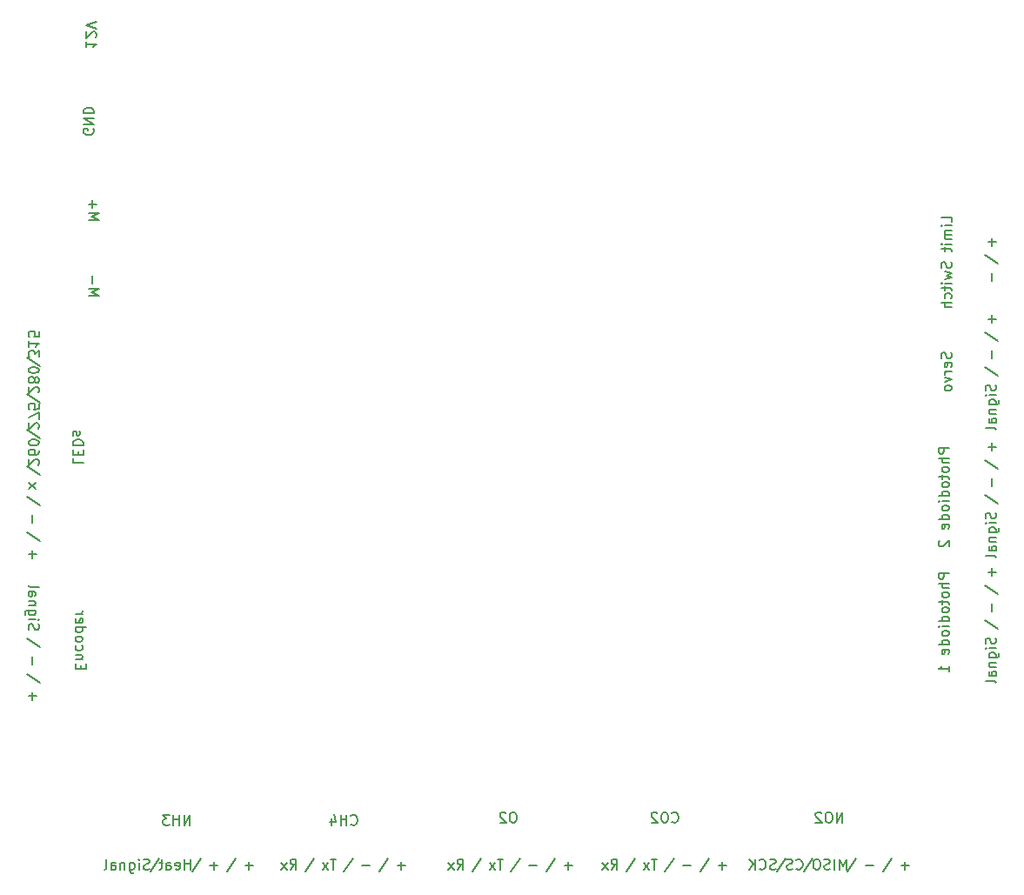
<source format=gbr>
%TF.GenerationSoftware,KiCad,Pcbnew,(6.0.7)*%
%TF.CreationDate,2022-11-16T19:30:54-06:00*%
%TF.ProjectId,ScienceSensor,53636965-6e63-4655-9365-6e736f722e6b,rev?*%
%TF.SameCoordinates,Original*%
%TF.FileFunction,Legend,Bot*%
%TF.FilePolarity,Positive*%
%FSLAX46Y46*%
G04 Gerber Fmt 4.6, Leading zero omitted, Abs format (unit mm)*
G04 Created by KiCad (PCBNEW (6.0.7)) date 2022-11-16 19:30:54*
%MOMM*%
%LPD*%
G01*
G04 APERTURE LIST*
%ADD10C,0.150000*%
G04 APERTURE END LIST*
D10*
X102163619Y-100361619D02*
X102163619Y-100837809D01*
X103163619Y-100837809D01*
X102687428Y-100028285D02*
X102687428Y-99694952D01*
X102163619Y-99552095D02*
X102163619Y-100028285D01*
X103163619Y-100028285D01*
X103163619Y-99552095D01*
X102163619Y-99123523D02*
X103163619Y-99123523D01*
X103163619Y-98885428D01*
X103116000Y-98742571D01*
X103020761Y-98647333D01*
X102925523Y-98599714D01*
X102735047Y-98552095D01*
X102592190Y-98552095D01*
X102401714Y-98599714D01*
X102306476Y-98647333D01*
X102211238Y-98742571D01*
X102163619Y-98885428D01*
X102163619Y-99123523D01*
X102211238Y-98171142D02*
X102163619Y-98075904D01*
X102163619Y-97885428D01*
X102211238Y-97790190D01*
X102306476Y-97742571D01*
X102354095Y-97742571D01*
X102449333Y-97790190D01*
X102496952Y-97885428D01*
X102496952Y-98028285D01*
X102544571Y-98123523D01*
X102639809Y-98171142D01*
X102687428Y-98171142D01*
X102782666Y-98123523D01*
X102830285Y-98028285D01*
X102830285Y-97885428D01*
X102782666Y-97790190D01*
X191587428Y-111062190D02*
X191587428Y-111824095D01*
X191968380Y-111443142D02*
X191206476Y-111443142D01*
X190873142Y-112728857D02*
X192158857Y-113586000D01*
X191587428Y-114490761D02*
X191587428Y-115252666D01*
X190873142Y-116157428D02*
X192158857Y-117014571D01*
X191920761Y-117871714D02*
X191968380Y-118014571D01*
X191968380Y-118252666D01*
X191920761Y-118347904D01*
X191873142Y-118395523D01*
X191777904Y-118443142D01*
X191682666Y-118443142D01*
X191587428Y-118395523D01*
X191539809Y-118347904D01*
X191492190Y-118252666D01*
X191444571Y-118062190D01*
X191396952Y-117966952D01*
X191349333Y-117919333D01*
X191254095Y-117871714D01*
X191158857Y-117871714D01*
X191063619Y-117919333D01*
X191016000Y-117966952D01*
X190968380Y-118062190D01*
X190968380Y-118300285D01*
X191016000Y-118443142D01*
X191968380Y-118871714D02*
X191301714Y-118871714D01*
X190968380Y-118871714D02*
X191016000Y-118824095D01*
X191063619Y-118871714D01*
X191016000Y-118919333D01*
X190968380Y-118871714D01*
X191063619Y-118871714D01*
X191301714Y-119776476D02*
X192111238Y-119776476D01*
X192206476Y-119728857D01*
X192254095Y-119681238D01*
X192301714Y-119586000D01*
X192301714Y-119443142D01*
X192254095Y-119347904D01*
X191920761Y-119776476D02*
X191968380Y-119681238D01*
X191968380Y-119490761D01*
X191920761Y-119395523D01*
X191873142Y-119347904D01*
X191777904Y-119300285D01*
X191492190Y-119300285D01*
X191396952Y-119347904D01*
X191349333Y-119395523D01*
X191301714Y-119490761D01*
X191301714Y-119681238D01*
X191349333Y-119776476D01*
X191301714Y-120252666D02*
X191968380Y-120252666D01*
X191396952Y-120252666D02*
X191349333Y-120300285D01*
X191301714Y-120395523D01*
X191301714Y-120538380D01*
X191349333Y-120633619D01*
X191444571Y-120681238D01*
X191968380Y-120681238D01*
X191968380Y-121586000D02*
X191444571Y-121586000D01*
X191349333Y-121538380D01*
X191301714Y-121443142D01*
X191301714Y-121252666D01*
X191349333Y-121157428D01*
X191920761Y-121586000D02*
X191968380Y-121490761D01*
X191968380Y-121252666D01*
X191920761Y-121157428D01*
X191825523Y-121109809D01*
X191730285Y-121109809D01*
X191635047Y-121157428D01*
X191587428Y-121252666D01*
X191587428Y-121490761D01*
X191539809Y-121586000D01*
X191968380Y-122205047D02*
X191920761Y-122109809D01*
X191825523Y-122062190D01*
X190968380Y-122062190D01*
X177053714Y-135834380D02*
X177053714Y-134834380D01*
X176482285Y-135834380D01*
X176482285Y-134834380D01*
X175815619Y-134834380D02*
X175625142Y-134834380D01*
X175529904Y-134882000D01*
X175434666Y-134977238D01*
X175387047Y-135167714D01*
X175387047Y-135501047D01*
X175434666Y-135691523D01*
X175529904Y-135786761D01*
X175625142Y-135834380D01*
X175815619Y-135834380D01*
X175910857Y-135786761D01*
X176006095Y-135691523D01*
X176053714Y-135501047D01*
X176053714Y-135167714D01*
X176006095Y-134977238D01*
X175910857Y-134882000D01*
X175815619Y-134834380D01*
X175006095Y-134929619D02*
X174958476Y-134882000D01*
X174863238Y-134834380D01*
X174625142Y-134834380D01*
X174529904Y-134882000D01*
X174482285Y-134929619D01*
X174434666Y-135024857D01*
X174434666Y-135120095D01*
X174482285Y-135262952D01*
X175053714Y-135834380D01*
X174434666Y-135834380D01*
X150756190Y-140025428D02*
X149994285Y-140025428D01*
X150375238Y-140406380D02*
X150375238Y-139644476D01*
X149089523Y-139311142D02*
X148232380Y-140596857D01*
X147327619Y-140025428D02*
X146565714Y-140025428D01*
X145660952Y-139311142D02*
X144803809Y-140596857D01*
X144041904Y-139406380D02*
X143470476Y-139406380D01*
X143756190Y-140406380D02*
X143756190Y-139406380D01*
X143232380Y-140406380D02*
X142708571Y-139739714D01*
X143232380Y-139739714D02*
X142708571Y-140406380D01*
X141899047Y-139311142D02*
X141041904Y-140596857D01*
X139565714Y-140406380D02*
X139899047Y-139930190D01*
X140137142Y-140406380D02*
X140137142Y-139406380D01*
X139756190Y-139406380D01*
X139660952Y-139454000D01*
X139613333Y-139501619D01*
X139565714Y-139596857D01*
X139565714Y-139739714D01*
X139613333Y-139834952D01*
X139660952Y-139882571D01*
X139756190Y-139930190D01*
X140137142Y-139930190D01*
X139232380Y-140406380D02*
X138708571Y-139739714D01*
X139232380Y-139739714D02*
X138708571Y-140406380D01*
X165742190Y-140025428D02*
X164980285Y-140025428D01*
X165361238Y-140406380D02*
X165361238Y-139644476D01*
X164075523Y-139311142D02*
X163218380Y-140596857D01*
X162313619Y-140025428D02*
X161551714Y-140025428D01*
X160646952Y-139311142D02*
X159789809Y-140596857D01*
X159027904Y-139406380D02*
X158456476Y-139406380D01*
X158742190Y-140406380D02*
X158742190Y-139406380D01*
X158218380Y-140406380D02*
X157694571Y-139739714D01*
X158218380Y-139739714D02*
X157694571Y-140406380D01*
X156885047Y-139311142D02*
X156027904Y-140596857D01*
X154551714Y-140406380D02*
X154885047Y-139930190D01*
X155123142Y-140406380D02*
X155123142Y-139406380D01*
X154742190Y-139406380D01*
X154646952Y-139454000D01*
X154599333Y-139501619D01*
X154551714Y-139596857D01*
X154551714Y-139739714D01*
X154599333Y-139834952D01*
X154646952Y-139882571D01*
X154742190Y-139930190D01*
X155123142Y-139930190D01*
X154218380Y-140406380D02*
X153694571Y-139739714D01*
X154218380Y-139739714D02*
X153694571Y-140406380D01*
X187650380Y-77375238D02*
X187650380Y-76899047D01*
X186650380Y-76899047D01*
X187650380Y-77708571D02*
X186983714Y-77708571D01*
X186650380Y-77708571D02*
X186698000Y-77660952D01*
X186745619Y-77708571D01*
X186698000Y-77756190D01*
X186650380Y-77708571D01*
X186745619Y-77708571D01*
X187650380Y-78184761D02*
X186983714Y-78184761D01*
X187078952Y-78184761D02*
X187031333Y-78232380D01*
X186983714Y-78327619D01*
X186983714Y-78470476D01*
X187031333Y-78565714D01*
X187126571Y-78613333D01*
X187650380Y-78613333D01*
X187126571Y-78613333D02*
X187031333Y-78660952D01*
X186983714Y-78756190D01*
X186983714Y-78899047D01*
X187031333Y-78994285D01*
X187126571Y-79041904D01*
X187650380Y-79041904D01*
X187650380Y-79518095D02*
X186983714Y-79518095D01*
X186650380Y-79518095D02*
X186698000Y-79470476D01*
X186745619Y-79518095D01*
X186698000Y-79565714D01*
X186650380Y-79518095D01*
X186745619Y-79518095D01*
X186983714Y-79851428D02*
X186983714Y-80232380D01*
X186650380Y-79994285D02*
X187507523Y-79994285D01*
X187602761Y-80041904D01*
X187650380Y-80137142D01*
X187650380Y-80232380D01*
X187602761Y-81280000D02*
X187650380Y-81422857D01*
X187650380Y-81660952D01*
X187602761Y-81756190D01*
X187555142Y-81803809D01*
X187459904Y-81851428D01*
X187364666Y-81851428D01*
X187269428Y-81803809D01*
X187221809Y-81756190D01*
X187174190Y-81660952D01*
X187126571Y-81470476D01*
X187078952Y-81375238D01*
X187031333Y-81327619D01*
X186936095Y-81280000D01*
X186840857Y-81280000D01*
X186745619Y-81327619D01*
X186698000Y-81375238D01*
X186650380Y-81470476D01*
X186650380Y-81708571D01*
X186698000Y-81851428D01*
X186983714Y-82184761D02*
X187650380Y-82375238D01*
X187174190Y-82565714D01*
X187650380Y-82756190D01*
X186983714Y-82946666D01*
X187650380Y-83327619D02*
X186983714Y-83327619D01*
X186650380Y-83327619D02*
X186698000Y-83280000D01*
X186745619Y-83327619D01*
X186698000Y-83375238D01*
X186650380Y-83327619D01*
X186745619Y-83327619D01*
X186983714Y-83660952D02*
X186983714Y-84041904D01*
X186650380Y-83803809D02*
X187507523Y-83803809D01*
X187602761Y-83851428D01*
X187650380Y-83946666D01*
X187650380Y-84041904D01*
X187602761Y-84803809D02*
X187650380Y-84708571D01*
X187650380Y-84518095D01*
X187602761Y-84422857D01*
X187555142Y-84375238D01*
X187459904Y-84327619D01*
X187174190Y-84327619D01*
X187078952Y-84375238D01*
X187031333Y-84422857D01*
X186983714Y-84518095D01*
X186983714Y-84708571D01*
X187031333Y-84803809D01*
X187650380Y-85232380D02*
X186650380Y-85232380D01*
X187650380Y-85660952D02*
X187126571Y-85660952D01*
X187031333Y-85613333D01*
X186983714Y-85518095D01*
X186983714Y-85375238D01*
X187031333Y-85280000D01*
X187078952Y-85232380D01*
X191587428Y-86424190D02*
X191587428Y-87186095D01*
X191968380Y-86805142D02*
X191206476Y-86805142D01*
X190873142Y-88090857D02*
X192158857Y-88948000D01*
X191587428Y-89852761D02*
X191587428Y-90614666D01*
X190873142Y-91519428D02*
X192158857Y-92376571D01*
X191920761Y-93233714D02*
X191968380Y-93376571D01*
X191968380Y-93614666D01*
X191920761Y-93709904D01*
X191873142Y-93757523D01*
X191777904Y-93805142D01*
X191682666Y-93805142D01*
X191587428Y-93757523D01*
X191539809Y-93709904D01*
X191492190Y-93614666D01*
X191444571Y-93424190D01*
X191396952Y-93328952D01*
X191349333Y-93281333D01*
X191254095Y-93233714D01*
X191158857Y-93233714D01*
X191063619Y-93281333D01*
X191016000Y-93328952D01*
X190968380Y-93424190D01*
X190968380Y-93662285D01*
X191016000Y-93805142D01*
X191968380Y-94233714D02*
X191301714Y-94233714D01*
X190968380Y-94233714D02*
X191016000Y-94186095D01*
X191063619Y-94233714D01*
X191016000Y-94281333D01*
X190968380Y-94233714D01*
X191063619Y-94233714D01*
X191301714Y-95138476D02*
X192111238Y-95138476D01*
X192206476Y-95090857D01*
X192254095Y-95043238D01*
X192301714Y-94948000D01*
X192301714Y-94805142D01*
X192254095Y-94709904D01*
X191920761Y-95138476D02*
X191968380Y-95043238D01*
X191968380Y-94852761D01*
X191920761Y-94757523D01*
X191873142Y-94709904D01*
X191777904Y-94662285D01*
X191492190Y-94662285D01*
X191396952Y-94709904D01*
X191349333Y-94757523D01*
X191301714Y-94852761D01*
X191301714Y-95043238D01*
X191349333Y-95138476D01*
X191301714Y-95614666D02*
X191968380Y-95614666D01*
X191396952Y-95614666D02*
X191349333Y-95662285D01*
X191301714Y-95757523D01*
X191301714Y-95900380D01*
X191349333Y-95995619D01*
X191444571Y-96043238D01*
X191968380Y-96043238D01*
X191968380Y-96948000D02*
X191444571Y-96948000D01*
X191349333Y-96900380D01*
X191301714Y-96805142D01*
X191301714Y-96614666D01*
X191349333Y-96519428D01*
X191920761Y-96948000D02*
X191968380Y-96852761D01*
X191968380Y-96614666D01*
X191920761Y-96519428D01*
X191825523Y-96471809D01*
X191730285Y-96471809D01*
X191635047Y-96519428D01*
X191587428Y-96614666D01*
X191587428Y-96852761D01*
X191539809Y-96948000D01*
X191968380Y-97567047D02*
X191920761Y-97471809D01*
X191825523Y-97424190D01*
X190968380Y-97424190D01*
X191587428Y-78930761D02*
X191587428Y-79692666D01*
X191968380Y-79311714D02*
X191206476Y-79311714D01*
X190873142Y-80597428D02*
X192158857Y-81454571D01*
X191587428Y-82359333D02*
X191587428Y-83121238D01*
X160456476Y-135739142D02*
X160504095Y-135786761D01*
X160646952Y-135834380D01*
X160742190Y-135834380D01*
X160885047Y-135786761D01*
X160980285Y-135691523D01*
X161027904Y-135596285D01*
X161075523Y-135405809D01*
X161075523Y-135262952D01*
X161027904Y-135072476D01*
X160980285Y-134977238D01*
X160885047Y-134882000D01*
X160742190Y-134834380D01*
X160646952Y-134834380D01*
X160504095Y-134882000D01*
X160456476Y-134929619D01*
X159837428Y-134834380D02*
X159646952Y-134834380D01*
X159551714Y-134882000D01*
X159456476Y-134977238D01*
X159408857Y-135167714D01*
X159408857Y-135501047D01*
X159456476Y-135691523D01*
X159551714Y-135786761D01*
X159646952Y-135834380D01*
X159837428Y-135834380D01*
X159932666Y-135786761D01*
X160027904Y-135691523D01*
X160075523Y-135501047D01*
X160075523Y-135167714D01*
X160027904Y-134977238D01*
X159932666Y-134882000D01*
X159837428Y-134834380D01*
X159027904Y-134929619D02*
X158980285Y-134882000D01*
X158885047Y-134834380D01*
X158646952Y-134834380D01*
X158551714Y-134882000D01*
X158504095Y-134929619D01*
X158456476Y-135024857D01*
X158456476Y-135120095D01*
X158504095Y-135262952D01*
X159075523Y-135834380D01*
X158456476Y-135834380D01*
X129214476Y-135993142D02*
X129262095Y-136040761D01*
X129404952Y-136088380D01*
X129500190Y-136088380D01*
X129643047Y-136040761D01*
X129738285Y-135945523D01*
X129785904Y-135850285D01*
X129833523Y-135659809D01*
X129833523Y-135516952D01*
X129785904Y-135326476D01*
X129738285Y-135231238D01*
X129643047Y-135136000D01*
X129500190Y-135088380D01*
X129404952Y-135088380D01*
X129262095Y-135136000D01*
X129214476Y-135183619D01*
X128785904Y-136088380D02*
X128785904Y-135088380D01*
X128785904Y-135564571D02*
X128214476Y-135564571D01*
X128214476Y-136088380D02*
X128214476Y-135088380D01*
X127309714Y-135421714D02*
X127309714Y-136088380D01*
X127547809Y-135040761D02*
X127785904Y-135755047D01*
X127166857Y-135755047D01*
X191587428Y-98870190D02*
X191587428Y-99632095D01*
X191968380Y-99251142D02*
X191206476Y-99251142D01*
X190873142Y-100536857D02*
X192158857Y-101394000D01*
X191587428Y-102298761D02*
X191587428Y-103060666D01*
X190873142Y-103965428D02*
X192158857Y-104822571D01*
X191920761Y-105679714D02*
X191968380Y-105822571D01*
X191968380Y-106060666D01*
X191920761Y-106155904D01*
X191873142Y-106203523D01*
X191777904Y-106251142D01*
X191682666Y-106251142D01*
X191587428Y-106203523D01*
X191539809Y-106155904D01*
X191492190Y-106060666D01*
X191444571Y-105870190D01*
X191396952Y-105774952D01*
X191349333Y-105727333D01*
X191254095Y-105679714D01*
X191158857Y-105679714D01*
X191063619Y-105727333D01*
X191016000Y-105774952D01*
X190968380Y-105870190D01*
X190968380Y-106108285D01*
X191016000Y-106251142D01*
X191968380Y-106679714D02*
X191301714Y-106679714D01*
X190968380Y-106679714D02*
X191016000Y-106632095D01*
X191063619Y-106679714D01*
X191016000Y-106727333D01*
X190968380Y-106679714D01*
X191063619Y-106679714D01*
X191301714Y-107584476D02*
X192111238Y-107584476D01*
X192206476Y-107536857D01*
X192254095Y-107489238D01*
X192301714Y-107394000D01*
X192301714Y-107251142D01*
X192254095Y-107155904D01*
X191920761Y-107584476D02*
X191968380Y-107489238D01*
X191968380Y-107298761D01*
X191920761Y-107203523D01*
X191873142Y-107155904D01*
X191777904Y-107108285D01*
X191492190Y-107108285D01*
X191396952Y-107155904D01*
X191349333Y-107203523D01*
X191301714Y-107298761D01*
X191301714Y-107489238D01*
X191349333Y-107584476D01*
X191301714Y-108060666D02*
X191968380Y-108060666D01*
X191396952Y-108060666D02*
X191349333Y-108108285D01*
X191301714Y-108203523D01*
X191301714Y-108346380D01*
X191349333Y-108441619D01*
X191444571Y-108489238D01*
X191968380Y-108489238D01*
X191968380Y-109394000D02*
X191444571Y-109394000D01*
X191349333Y-109346380D01*
X191301714Y-109251142D01*
X191301714Y-109060666D01*
X191349333Y-108965428D01*
X191920761Y-109394000D02*
X191968380Y-109298761D01*
X191968380Y-109060666D01*
X191920761Y-108965428D01*
X191825523Y-108917809D01*
X191730285Y-108917809D01*
X191635047Y-108965428D01*
X191587428Y-109060666D01*
X191587428Y-109298761D01*
X191539809Y-109394000D01*
X191968380Y-110013047D02*
X191920761Y-109917809D01*
X191825523Y-109870190D01*
X190968380Y-109870190D01*
X113553714Y-136088380D02*
X113553714Y-135088380D01*
X112982285Y-136088380D01*
X112982285Y-135088380D01*
X112506095Y-136088380D02*
X112506095Y-135088380D01*
X112506095Y-135564571D02*
X111934666Y-135564571D01*
X111934666Y-136088380D02*
X111934666Y-135088380D01*
X111553714Y-135088380D02*
X110934666Y-135088380D01*
X111268000Y-135469333D01*
X111125142Y-135469333D01*
X111029904Y-135516952D01*
X110982285Y-135564571D01*
X110934666Y-135659809D01*
X110934666Y-135897904D01*
X110982285Y-135993142D01*
X111029904Y-136040761D01*
X111125142Y-136088380D01*
X111410857Y-136088380D01*
X111506095Y-136040761D01*
X111553714Y-135993142D01*
X187602761Y-90090857D02*
X187650380Y-90233714D01*
X187650380Y-90471809D01*
X187602761Y-90567047D01*
X187555142Y-90614666D01*
X187459904Y-90662285D01*
X187364666Y-90662285D01*
X187269428Y-90614666D01*
X187221809Y-90567047D01*
X187174190Y-90471809D01*
X187126571Y-90281333D01*
X187078952Y-90186095D01*
X187031333Y-90138476D01*
X186936095Y-90090857D01*
X186840857Y-90090857D01*
X186745619Y-90138476D01*
X186698000Y-90186095D01*
X186650380Y-90281333D01*
X186650380Y-90519428D01*
X186698000Y-90662285D01*
X187602761Y-91471809D02*
X187650380Y-91376571D01*
X187650380Y-91186095D01*
X187602761Y-91090857D01*
X187507523Y-91043238D01*
X187126571Y-91043238D01*
X187031333Y-91090857D01*
X186983714Y-91186095D01*
X186983714Y-91376571D01*
X187031333Y-91471809D01*
X187126571Y-91519428D01*
X187221809Y-91519428D01*
X187317047Y-91043238D01*
X187650380Y-91948000D02*
X186983714Y-91948000D01*
X187174190Y-91948000D02*
X187078952Y-91995619D01*
X187031333Y-92043238D01*
X186983714Y-92138476D01*
X186983714Y-92233714D01*
X186983714Y-92471809D02*
X187650380Y-92709904D01*
X186983714Y-92948000D01*
X187650380Y-93471809D02*
X187602761Y-93376571D01*
X187555142Y-93328952D01*
X187459904Y-93281333D01*
X187174190Y-93281333D01*
X187078952Y-93328952D01*
X187031333Y-93376571D01*
X186983714Y-93471809D01*
X186983714Y-93614666D01*
X187031333Y-93709904D01*
X187078952Y-93757523D01*
X187174190Y-93805142D01*
X187459904Y-93805142D01*
X187555142Y-93757523D01*
X187602761Y-93709904D01*
X187650380Y-93614666D01*
X187650380Y-93471809D01*
X104132000Y-68325904D02*
X104179619Y-68421142D01*
X104179619Y-68564000D01*
X104132000Y-68706857D01*
X104036761Y-68802095D01*
X103941523Y-68849714D01*
X103751047Y-68897333D01*
X103608190Y-68897333D01*
X103417714Y-68849714D01*
X103322476Y-68802095D01*
X103227238Y-68706857D01*
X103179619Y-68564000D01*
X103179619Y-68468761D01*
X103227238Y-68325904D01*
X103274857Y-68278285D01*
X103608190Y-68278285D01*
X103608190Y-68468761D01*
X103179619Y-67849714D02*
X104179619Y-67849714D01*
X103179619Y-67278285D01*
X104179619Y-67278285D01*
X103179619Y-66802095D02*
X104179619Y-66802095D01*
X104179619Y-66564000D01*
X104132000Y-66421142D01*
X104036761Y-66325904D01*
X103941523Y-66278285D01*
X103751047Y-66230666D01*
X103608190Y-66230666D01*
X103417714Y-66278285D01*
X103322476Y-66325904D01*
X103227238Y-66421142D01*
X103179619Y-66564000D01*
X103179619Y-66802095D01*
X102941428Y-120848095D02*
X102941428Y-120514761D01*
X102417619Y-120371904D02*
X102417619Y-120848095D01*
X103417619Y-120848095D01*
X103417619Y-120371904D01*
X103084285Y-119943333D02*
X102417619Y-119943333D01*
X102989047Y-119943333D02*
X103036666Y-119895714D01*
X103084285Y-119800476D01*
X103084285Y-119657619D01*
X103036666Y-119562380D01*
X102941428Y-119514761D01*
X102417619Y-119514761D01*
X102465238Y-118610000D02*
X102417619Y-118705238D01*
X102417619Y-118895714D01*
X102465238Y-118990952D01*
X102512857Y-119038571D01*
X102608095Y-119086190D01*
X102893809Y-119086190D01*
X102989047Y-119038571D01*
X103036666Y-118990952D01*
X103084285Y-118895714D01*
X103084285Y-118705238D01*
X103036666Y-118610000D01*
X102417619Y-118038571D02*
X102465238Y-118133809D01*
X102512857Y-118181428D01*
X102608095Y-118229047D01*
X102893809Y-118229047D01*
X102989047Y-118181428D01*
X103036666Y-118133809D01*
X103084285Y-118038571D01*
X103084285Y-117895714D01*
X103036666Y-117800476D01*
X102989047Y-117752857D01*
X102893809Y-117705238D01*
X102608095Y-117705238D01*
X102512857Y-117752857D01*
X102465238Y-117800476D01*
X102417619Y-117895714D01*
X102417619Y-118038571D01*
X102417619Y-116848095D02*
X103417619Y-116848095D01*
X102465238Y-116848095D02*
X102417619Y-116943333D01*
X102417619Y-117133809D01*
X102465238Y-117229047D01*
X102512857Y-117276666D01*
X102608095Y-117324285D01*
X102893809Y-117324285D01*
X102989047Y-117276666D01*
X103036666Y-117229047D01*
X103084285Y-117133809D01*
X103084285Y-116943333D01*
X103036666Y-116848095D01*
X102465238Y-115990952D02*
X102417619Y-116086190D01*
X102417619Y-116276666D01*
X102465238Y-116371904D01*
X102560476Y-116419523D01*
X102941428Y-116419523D01*
X103036666Y-116371904D01*
X103084285Y-116276666D01*
X103084285Y-116086190D01*
X103036666Y-115990952D01*
X102941428Y-115943333D01*
X102846190Y-115943333D01*
X102750952Y-116419523D01*
X102417619Y-115514761D02*
X103084285Y-115514761D01*
X102893809Y-115514761D02*
X102989047Y-115467142D01*
X103036666Y-115419523D01*
X103084285Y-115324285D01*
X103084285Y-115229047D01*
X134500190Y-140025428D02*
X133738285Y-140025428D01*
X134119238Y-140406380D02*
X134119238Y-139644476D01*
X132833523Y-139311142D02*
X131976380Y-140596857D01*
X131071619Y-140025428D02*
X130309714Y-140025428D01*
X129404952Y-139311142D02*
X128547809Y-140596857D01*
X127785904Y-139406380D02*
X127214476Y-139406380D01*
X127500190Y-140406380D02*
X127500190Y-139406380D01*
X126976380Y-140406380D02*
X126452571Y-139739714D01*
X126976380Y-139739714D02*
X126452571Y-140406380D01*
X125643047Y-139311142D02*
X124785904Y-140596857D01*
X123309714Y-140406380D02*
X123643047Y-139930190D01*
X123881142Y-140406380D02*
X123881142Y-139406380D01*
X123500190Y-139406380D01*
X123404952Y-139454000D01*
X123357333Y-139501619D01*
X123309714Y-139596857D01*
X123309714Y-139739714D01*
X123357333Y-139834952D01*
X123404952Y-139882571D01*
X123500190Y-139930190D01*
X123881142Y-139930190D01*
X122976380Y-140406380D02*
X122452571Y-139739714D01*
X122976380Y-139739714D02*
X122452571Y-140406380D01*
X103687619Y-84518380D02*
X104687619Y-84518380D01*
X103973333Y-84185047D01*
X104687619Y-83851714D01*
X103687619Y-83851714D01*
X104068571Y-83375523D02*
X104068571Y-82613619D01*
X183506095Y-140025428D02*
X182744190Y-140025428D01*
X183125142Y-140406380D02*
X183125142Y-139644476D01*
X181839428Y-139311142D02*
X180982285Y-140596857D01*
X180077523Y-140025428D02*
X179315619Y-140025428D01*
X178410857Y-139311142D02*
X177553714Y-140596857D01*
X177410857Y-140406380D02*
X177410857Y-139406380D01*
X177077523Y-140120666D01*
X176744190Y-139406380D01*
X176744190Y-140406380D01*
X176268000Y-140406380D02*
X176268000Y-139406380D01*
X175839428Y-140358761D02*
X175696571Y-140406380D01*
X175458476Y-140406380D01*
X175363238Y-140358761D01*
X175315619Y-140311142D01*
X175268000Y-140215904D01*
X175268000Y-140120666D01*
X175315619Y-140025428D01*
X175363238Y-139977809D01*
X175458476Y-139930190D01*
X175648952Y-139882571D01*
X175744190Y-139834952D01*
X175791809Y-139787333D01*
X175839428Y-139692095D01*
X175839428Y-139596857D01*
X175791809Y-139501619D01*
X175744190Y-139454000D01*
X175648952Y-139406380D01*
X175410857Y-139406380D01*
X175268000Y-139454000D01*
X174648952Y-139406380D02*
X174458476Y-139406380D01*
X174363238Y-139454000D01*
X174268000Y-139549238D01*
X174220380Y-139739714D01*
X174220380Y-140073047D01*
X174268000Y-140263523D01*
X174363238Y-140358761D01*
X174458476Y-140406380D01*
X174648952Y-140406380D01*
X174744190Y-140358761D01*
X174839428Y-140263523D01*
X174887047Y-140073047D01*
X174887047Y-139739714D01*
X174839428Y-139549238D01*
X174744190Y-139454000D01*
X174648952Y-139406380D01*
X174125142Y-139311142D02*
X173268000Y-140596857D01*
X172553714Y-140311142D02*
X172601333Y-140358761D01*
X172744190Y-140406380D01*
X172839428Y-140406380D01*
X172982285Y-140358761D01*
X173077523Y-140263523D01*
X173125142Y-140168285D01*
X173172761Y-139977809D01*
X173172761Y-139834952D01*
X173125142Y-139644476D01*
X173077523Y-139549238D01*
X172982285Y-139454000D01*
X172839428Y-139406380D01*
X172744190Y-139406380D01*
X172601333Y-139454000D01*
X172553714Y-139501619D01*
X172172761Y-140358761D02*
X172029904Y-140406380D01*
X171791809Y-140406380D01*
X171696571Y-140358761D01*
X171648952Y-140311142D01*
X171601333Y-140215904D01*
X171601333Y-140120666D01*
X171648952Y-140025428D01*
X171696571Y-139977809D01*
X171791809Y-139930190D01*
X171982285Y-139882571D01*
X172077523Y-139834952D01*
X172125142Y-139787333D01*
X172172761Y-139692095D01*
X172172761Y-139596857D01*
X172125142Y-139501619D01*
X172077523Y-139454000D01*
X171982285Y-139406380D01*
X171744190Y-139406380D01*
X171601333Y-139454000D01*
X171506095Y-139311142D02*
X170648952Y-140596857D01*
X170553714Y-140358761D02*
X170410857Y-140406380D01*
X170172761Y-140406380D01*
X170077523Y-140358761D01*
X170029904Y-140311142D01*
X169982285Y-140215904D01*
X169982285Y-140120666D01*
X170029904Y-140025428D01*
X170077523Y-139977809D01*
X170172761Y-139930190D01*
X170363238Y-139882571D01*
X170458476Y-139834952D01*
X170506095Y-139787333D01*
X170553714Y-139692095D01*
X170553714Y-139596857D01*
X170506095Y-139501619D01*
X170458476Y-139454000D01*
X170363238Y-139406380D01*
X170125142Y-139406380D01*
X169982285Y-139454000D01*
X168982285Y-140311142D02*
X169029904Y-140358761D01*
X169172761Y-140406380D01*
X169268000Y-140406380D01*
X169410857Y-140358761D01*
X169506095Y-140263523D01*
X169553714Y-140168285D01*
X169601333Y-139977809D01*
X169601333Y-139834952D01*
X169553714Y-139644476D01*
X169506095Y-139549238D01*
X169410857Y-139454000D01*
X169268000Y-139406380D01*
X169172761Y-139406380D01*
X169029904Y-139454000D01*
X168982285Y-139501619D01*
X168553714Y-140406380D02*
X168553714Y-139406380D01*
X167982285Y-140406380D02*
X168410857Y-139834952D01*
X167982285Y-139406380D02*
X168553714Y-139977809D01*
X145097428Y-134834380D02*
X144906952Y-134834380D01*
X144811714Y-134882000D01*
X144716476Y-134977238D01*
X144668857Y-135167714D01*
X144668857Y-135501047D01*
X144716476Y-135691523D01*
X144811714Y-135786761D01*
X144906952Y-135834380D01*
X145097428Y-135834380D01*
X145192666Y-135786761D01*
X145287904Y-135691523D01*
X145335523Y-135501047D01*
X145335523Y-135167714D01*
X145287904Y-134977238D01*
X145192666Y-134882000D01*
X145097428Y-134834380D01*
X144287904Y-134929619D02*
X144240285Y-134882000D01*
X144145047Y-134834380D01*
X143906952Y-134834380D01*
X143811714Y-134882000D01*
X143764095Y-134929619D01*
X143716476Y-135024857D01*
X143716476Y-135120095D01*
X143764095Y-135262952D01*
X144335523Y-135834380D01*
X143716476Y-135834380D01*
X103687619Y-77152380D02*
X104687619Y-77152380D01*
X103973333Y-76819047D01*
X104687619Y-76485714D01*
X103687619Y-76485714D01*
X104068571Y-76009523D02*
X104068571Y-75247619D01*
X103687619Y-75628571D02*
X104449523Y-75628571D01*
X119688666Y-140025428D02*
X118926761Y-140025428D01*
X119307714Y-140406380D02*
X119307714Y-139644476D01*
X118022000Y-139311142D02*
X117164857Y-140596857D01*
X116260095Y-140025428D02*
X115498190Y-140025428D01*
X115879142Y-140406380D02*
X115879142Y-139644476D01*
X114593428Y-139311142D02*
X113736285Y-140596857D01*
X113593428Y-140406380D02*
X113593428Y-139406380D01*
X113593428Y-139882571D02*
X113022000Y-139882571D01*
X113022000Y-140406380D02*
X113022000Y-139406380D01*
X112164857Y-140358761D02*
X112260095Y-140406380D01*
X112450571Y-140406380D01*
X112545809Y-140358761D01*
X112593428Y-140263523D01*
X112593428Y-139882571D01*
X112545809Y-139787333D01*
X112450571Y-139739714D01*
X112260095Y-139739714D01*
X112164857Y-139787333D01*
X112117238Y-139882571D01*
X112117238Y-139977809D01*
X112593428Y-140073047D01*
X111260095Y-140406380D02*
X111260095Y-139882571D01*
X111307714Y-139787333D01*
X111402952Y-139739714D01*
X111593428Y-139739714D01*
X111688666Y-139787333D01*
X111260095Y-140358761D02*
X111355333Y-140406380D01*
X111593428Y-140406380D01*
X111688666Y-140358761D01*
X111736285Y-140263523D01*
X111736285Y-140168285D01*
X111688666Y-140073047D01*
X111593428Y-140025428D01*
X111355333Y-140025428D01*
X111260095Y-139977809D01*
X110926761Y-139739714D02*
X110545809Y-139739714D01*
X110783904Y-139406380D02*
X110783904Y-140263523D01*
X110736285Y-140358761D01*
X110641047Y-140406380D01*
X110545809Y-140406380D01*
X110545809Y-139311142D02*
X109688666Y-140596857D01*
X109593428Y-140358761D02*
X109450571Y-140406380D01*
X109212476Y-140406380D01*
X109117238Y-140358761D01*
X109069619Y-140311142D01*
X109022000Y-140215904D01*
X109022000Y-140120666D01*
X109069619Y-140025428D01*
X109117238Y-139977809D01*
X109212476Y-139930190D01*
X109402952Y-139882571D01*
X109498190Y-139834952D01*
X109545809Y-139787333D01*
X109593428Y-139692095D01*
X109593428Y-139596857D01*
X109545809Y-139501619D01*
X109498190Y-139454000D01*
X109402952Y-139406380D01*
X109164857Y-139406380D01*
X109022000Y-139454000D01*
X108593428Y-140406380D02*
X108593428Y-139739714D01*
X108593428Y-139406380D02*
X108641047Y-139454000D01*
X108593428Y-139501619D01*
X108545809Y-139454000D01*
X108593428Y-139406380D01*
X108593428Y-139501619D01*
X107688666Y-139739714D02*
X107688666Y-140549238D01*
X107736285Y-140644476D01*
X107783904Y-140692095D01*
X107879142Y-140739714D01*
X108022000Y-140739714D01*
X108117238Y-140692095D01*
X107688666Y-140358761D02*
X107783904Y-140406380D01*
X107974380Y-140406380D01*
X108069619Y-140358761D01*
X108117238Y-140311142D01*
X108164857Y-140215904D01*
X108164857Y-139930190D01*
X108117238Y-139834952D01*
X108069619Y-139787333D01*
X107974380Y-139739714D01*
X107783904Y-139739714D01*
X107688666Y-139787333D01*
X107212476Y-139739714D02*
X107212476Y-140406380D01*
X107212476Y-139834952D02*
X107164857Y-139787333D01*
X107069619Y-139739714D01*
X106926761Y-139739714D01*
X106831523Y-139787333D01*
X106783904Y-139882571D01*
X106783904Y-140406380D01*
X105879142Y-140406380D02*
X105879142Y-139882571D01*
X105926761Y-139787333D01*
X106022000Y-139739714D01*
X106212476Y-139739714D01*
X106307714Y-139787333D01*
X105879142Y-140358761D02*
X105974380Y-140406380D01*
X106212476Y-140406380D01*
X106307714Y-140358761D01*
X106355333Y-140263523D01*
X106355333Y-140168285D01*
X106307714Y-140073047D01*
X106212476Y-140025428D01*
X105974380Y-140025428D01*
X105879142Y-139977809D01*
X105260095Y-140406380D02*
X105355333Y-140358761D01*
X105402952Y-140263523D01*
X105402952Y-139406380D01*
X187396380Y-99354285D02*
X186396380Y-99354285D01*
X186396380Y-99735238D01*
X186444000Y-99830476D01*
X186491619Y-99878095D01*
X186586857Y-99925714D01*
X186729714Y-99925714D01*
X186824952Y-99878095D01*
X186872571Y-99830476D01*
X186920190Y-99735238D01*
X186920190Y-99354285D01*
X187396380Y-100354285D02*
X186396380Y-100354285D01*
X187396380Y-100782857D02*
X186872571Y-100782857D01*
X186777333Y-100735238D01*
X186729714Y-100640000D01*
X186729714Y-100497142D01*
X186777333Y-100401904D01*
X186824952Y-100354285D01*
X187396380Y-101401904D02*
X187348761Y-101306666D01*
X187301142Y-101259047D01*
X187205904Y-101211428D01*
X186920190Y-101211428D01*
X186824952Y-101259047D01*
X186777333Y-101306666D01*
X186729714Y-101401904D01*
X186729714Y-101544761D01*
X186777333Y-101640000D01*
X186824952Y-101687619D01*
X186920190Y-101735238D01*
X187205904Y-101735238D01*
X187301142Y-101687619D01*
X187348761Y-101640000D01*
X187396380Y-101544761D01*
X187396380Y-101401904D01*
X186729714Y-102020952D02*
X186729714Y-102401904D01*
X186396380Y-102163809D02*
X187253523Y-102163809D01*
X187348761Y-102211428D01*
X187396380Y-102306666D01*
X187396380Y-102401904D01*
X187396380Y-102878095D02*
X187348761Y-102782857D01*
X187301142Y-102735238D01*
X187205904Y-102687619D01*
X186920190Y-102687619D01*
X186824952Y-102735238D01*
X186777333Y-102782857D01*
X186729714Y-102878095D01*
X186729714Y-103020952D01*
X186777333Y-103116190D01*
X186824952Y-103163809D01*
X186920190Y-103211428D01*
X187205904Y-103211428D01*
X187301142Y-103163809D01*
X187348761Y-103116190D01*
X187396380Y-103020952D01*
X187396380Y-102878095D01*
X187396380Y-104068571D02*
X186396380Y-104068571D01*
X187348761Y-104068571D02*
X187396380Y-103973333D01*
X187396380Y-103782857D01*
X187348761Y-103687619D01*
X187301142Y-103640000D01*
X187205904Y-103592380D01*
X186920190Y-103592380D01*
X186824952Y-103640000D01*
X186777333Y-103687619D01*
X186729714Y-103782857D01*
X186729714Y-103973333D01*
X186777333Y-104068571D01*
X187396380Y-104544761D02*
X186729714Y-104544761D01*
X186396380Y-104544761D02*
X186444000Y-104497142D01*
X186491619Y-104544761D01*
X186444000Y-104592380D01*
X186396380Y-104544761D01*
X186491619Y-104544761D01*
X187396380Y-105163809D02*
X187348761Y-105068571D01*
X187301142Y-105020952D01*
X187205904Y-104973333D01*
X186920190Y-104973333D01*
X186824952Y-105020952D01*
X186777333Y-105068571D01*
X186729714Y-105163809D01*
X186729714Y-105306666D01*
X186777333Y-105401904D01*
X186824952Y-105449523D01*
X186920190Y-105497142D01*
X187205904Y-105497142D01*
X187301142Y-105449523D01*
X187348761Y-105401904D01*
X187396380Y-105306666D01*
X187396380Y-105163809D01*
X187396380Y-106354285D02*
X186396380Y-106354285D01*
X187348761Y-106354285D02*
X187396380Y-106259047D01*
X187396380Y-106068571D01*
X187348761Y-105973333D01*
X187301142Y-105925714D01*
X187205904Y-105878095D01*
X186920190Y-105878095D01*
X186824952Y-105925714D01*
X186777333Y-105973333D01*
X186729714Y-106068571D01*
X186729714Y-106259047D01*
X186777333Y-106354285D01*
X187348761Y-107211428D02*
X187396380Y-107116190D01*
X187396380Y-106925714D01*
X187348761Y-106830476D01*
X187253523Y-106782857D01*
X186872571Y-106782857D01*
X186777333Y-106830476D01*
X186729714Y-106925714D01*
X186729714Y-107116190D01*
X186777333Y-107211428D01*
X186872571Y-107259047D01*
X186967809Y-107259047D01*
X187063047Y-106782857D01*
X186491619Y-108401904D02*
X186444000Y-108449523D01*
X186396380Y-108544761D01*
X186396380Y-108782857D01*
X186444000Y-108878095D01*
X186491619Y-108925714D01*
X186586857Y-108973333D01*
X186682095Y-108973333D01*
X186824952Y-108925714D01*
X187396380Y-108354285D01*
X187396380Y-108973333D01*
X103433619Y-59801047D02*
X103433619Y-60372476D01*
X103433619Y-60086761D02*
X104433619Y-60086761D01*
X104290761Y-60182000D01*
X104195523Y-60277238D01*
X104147904Y-60372476D01*
X104338380Y-59420095D02*
X104386000Y-59372476D01*
X104433619Y-59277238D01*
X104433619Y-59039142D01*
X104386000Y-58943904D01*
X104338380Y-58896285D01*
X104243142Y-58848666D01*
X104147904Y-58848666D01*
X104005047Y-58896285D01*
X103433619Y-59467714D01*
X103433619Y-58848666D01*
X104433619Y-58562952D02*
X103433619Y-58229619D01*
X104433619Y-57896285D01*
X98226571Y-110083809D02*
X98226571Y-109321904D01*
X97845619Y-109702857D02*
X98607523Y-109702857D01*
X98940857Y-108417142D02*
X97655142Y-107560000D01*
X98226571Y-106655238D02*
X98226571Y-105893333D01*
X98940857Y-104988571D02*
X97655142Y-104131428D01*
X97845619Y-103321904D02*
X98512285Y-102798095D01*
X98512285Y-103321904D02*
X97845619Y-102798095D01*
X98940857Y-101988571D02*
X97655142Y-101131428D01*
X98750380Y-101036190D02*
X98798000Y-100988571D01*
X98845619Y-100893333D01*
X98845619Y-100655238D01*
X98798000Y-100560000D01*
X98750380Y-100512380D01*
X98655142Y-100464761D01*
X98559904Y-100464761D01*
X98417047Y-100512380D01*
X97845619Y-101083809D01*
X97845619Y-100464761D01*
X98845619Y-99607619D02*
X98845619Y-99798095D01*
X98798000Y-99893333D01*
X98750380Y-99940952D01*
X98607523Y-100036190D01*
X98417047Y-100083809D01*
X98036095Y-100083809D01*
X97940857Y-100036190D01*
X97893238Y-99988571D01*
X97845619Y-99893333D01*
X97845619Y-99702857D01*
X97893238Y-99607619D01*
X97940857Y-99560000D01*
X98036095Y-99512380D01*
X98274190Y-99512380D01*
X98369428Y-99560000D01*
X98417047Y-99607619D01*
X98464666Y-99702857D01*
X98464666Y-99893333D01*
X98417047Y-99988571D01*
X98369428Y-100036190D01*
X98274190Y-100083809D01*
X98845619Y-98893333D02*
X98845619Y-98798095D01*
X98798000Y-98702857D01*
X98750380Y-98655238D01*
X98655142Y-98607619D01*
X98464666Y-98560000D01*
X98226571Y-98560000D01*
X98036095Y-98607619D01*
X97940857Y-98655238D01*
X97893238Y-98702857D01*
X97845619Y-98798095D01*
X97845619Y-98893333D01*
X97893238Y-98988571D01*
X97940857Y-99036190D01*
X98036095Y-99083809D01*
X98226571Y-99131428D01*
X98464666Y-99131428D01*
X98655142Y-99083809D01*
X98750380Y-99036190D01*
X98798000Y-98988571D01*
X98845619Y-98893333D01*
X98940857Y-98464761D02*
X97655142Y-97607619D01*
X98750380Y-97512380D02*
X98798000Y-97464761D01*
X98845619Y-97369523D01*
X98845619Y-97131428D01*
X98798000Y-97036190D01*
X98750380Y-96988571D01*
X98655142Y-96940952D01*
X98559904Y-96940952D01*
X98417047Y-96988571D01*
X97845619Y-97560000D01*
X97845619Y-96940952D01*
X98845619Y-96607619D02*
X98845619Y-95940952D01*
X97845619Y-96369523D01*
X98845619Y-95083809D02*
X98845619Y-95560000D01*
X98369428Y-95607619D01*
X98417047Y-95560000D01*
X98464666Y-95464761D01*
X98464666Y-95226666D01*
X98417047Y-95131428D01*
X98369428Y-95083809D01*
X98274190Y-95036190D01*
X98036095Y-95036190D01*
X97940857Y-95083809D01*
X97893238Y-95131428D01*
X97845619Y-95226666D01*
X97845619Y-95464761D01*
X97893238Y-95560000D01*
X97940857Y-95607619D01*
X98940857Y-94940952D02*
X97655142Y-94083809D01*
X98750380Y-93988571D02*
X98798000Y-93940952D01*
X98845619Y-93845714D01*
X98845619Y-93607619D01*
X98798000Y-93512380D01*
X98750380Y-93464761D01*
X98655142Y-93417142D01*
X98559904Y-93417142D01*
X98417047Y-93464761D01*
X97845619Y-94036190D01*
X97845619Y-93417142D01*
X98417047Y-92845714D02*
X98464666Y-92940952D01*
X98512285Y-92988571D01*
X98607523Y-93036190D01*
X98655142Y-93036190D01*
X98750380Y-92988571D01*
X98798000Y-92940952D01*
X98845619Y-92845714D01*
X98845619Y-92655238D01*
X98798000Y-92560000D01*
X98750380Y-92512380D01*
X98655142Y-92464761D01*
X98607523Y-92464761D01*
X98512285Y-92512380D01*
X98464666Y-92560000D01*
X98417047Y-92655238D01*
X98417047Y-92845714D01*
X98369428Y-92940952D01*
X98321809Y-92988571D01*
X98226571Y-93036190D01*
X98036095Y-93036190D01*
X97940857Y-92988571D01*
X97893238Y-92940952D01*
X97845619Y-92845714D01*
X97845619Y-92655238D01*
X97893238Y-92560000D01*
X97940857Y-92512380D01*
X98036095Y-92464761D01*
X98226571Y-92464761D01*
X98321809Y-92512380D01*
X98369428Y-92560000D01*
X98417047Y-92655238D01*
X98845619Y-91845714D02*
X98845619Y-91750476D01*
X98798000Y-91655238D01*
X98750380Y-91607619D01*
X98655142Y-91560000D01*
X98464666Y-91512380D01*
X98226571Y-91512380D01*
X98036095Y-91560000D01*
X97940857Y-91607619D01*
X97893238Y-91655238D01*
X97845619Y-91750476D01*
X97845619Y-91845714D01*
X97893238Y-91940952D01*
X97940857Y-91988571D01*
X98036095Y-92036190D01*
X98226571Y-92083809D01*
X98464666Y-92083809D01*
X98655142Y-92036190D01*
X98750380Y-91988571D01*
X98798000Y-91940952D01*
X98845619Y-91845714D01*
X98940857Y-91417142D02*
X97655142Y-90560000D01*
X98845619Y-90512380D02*
X98845619Y-89893333D01*
X98464666Y-90226666D01*
X98464666Y-90083809D01*
X98417047Y-89988571D01*
X98369428Y-89940952D01*
X98274190Y-89893333D01*
X98036095Y-89893333D01*
X97940857Y-89940952D01*
X97893238Y-89988571D01*
X97845619Y-90083809D01*
X97845619Y-90369523D01*
X97893238Y-90464761D01*
X97940857Y-90512380D01*
X97845619Y-88940952D02*
X97845619Y-89512380D01*
X97845619Y-89226666D02*
X98845619Y-89226666D01*
X98702761Y-89321904D01*
X98607523Y-89417142D01*
X98559904Y-89512380D01*
X98845619Y-88036190D02*
X98845619Y-88512380D01*
X98369428Y-88560000D01*
X98417047Y-88512380D01*
X98464666Y-88417142D01*
X98464666Y-88179047D01*
X98417047Y-88083809D01*
X98369428Y-88036190D01*
X98274190Y-87988571D01*
X98036095Y-87988571D01*
X97940857Y-88036190D01*
X97893238Y-88083809D01*
X97845619Y-88179047D01*
X97845619Y-88417142D01*
X97893238Y-88512380D01*
X97940857Y-88560000D01*
X98226571Y-123887809D02*
X98226571Y-123125904D01*
X97845619Y-123506857D02*
X98607523Y-123506857D01*
X98940857Y-122221142D02*
X97655142Y-121364000D01*
X98226571Y-120459238D02*
X98226571Y-119697333D01*
X98940857Y-118792571D02*
X97655142Y-117935428D01*
X97893238Y-117078285D02*
X97845619Y-116935428D01*
X97845619Y-116697333D01*
X97893238Y-116602095D01*
X97940857Y-116554476D01*
X98036095Y-116506857D01*
X98131333Y-116506857D01*
X98226571Y-116554476D01*
X98274190Y-116602095D01*
X98321809Y-116697333D01*
X98369428Y-116887809D01*
X98417047Y-116983047D01*
X98464666Y-117030666D01*
X98559904Y-117078285D01*
X98655142Y-117078285D01*
X98750380Y-117030666D01*
X98798000Y-116983047D01*
X98845619Y-116887809D01*
X98845619Y-116649714D01*
X98798000Y-116506857D01*
X97845619Y-116078285D02*
X98512285Y-116078285D01*
X98845619Y-116078285D02*
X98798000Y-116125904D01*
X98750380Y-116078285D01*
X98798000Y-116030666D01*
X98845619Y-116078285D01*
X98750380Y-116078285D01*
X98512285Y-115173523D02*
X97702761Y-115173523D01*
X97607523Y-115221142D01*
X97559904Y-115268761D01*
X97512285Y-115364000D01*
X97512285Y-115506857D01*
X97559904Y-115602095D01*
X97893238Y-115173523D02*
X97845619Y-115268761D01*
X97845619Y-115459238D01*
X97893238Y-115554476D01*
X97940857Y-115602095D01*
X98036095Y-115649714D01*
X98321809Y-115649714D01*
X98417047Y-115602095D01*
X98464666Y-115554476D01*
X98512285Y-115459238D01*
X98512285Y-115268761D01*
X98464666Y-115173523D01*
X98512285Y-114697333D02*
X97845619Y-114697333D01*
X98417047Y-114697333D02*
X98464666Y-114649714D01*
X98512285Y-114554476D01*
X98512285Y-114411619D01*
X98464666Y-114316380D01*
X98369428Y-114268761D01*
X97845619Y-114268761D01*
X97845619Y-113364000D02*
X98369428Y-113364000D01*
X98464666Y-113411619D01*
X98512285Y-113506857D01*
X98512285Y-113697333D01*
X98464666Y-113792571D01*
X97893238Y-113364000D02*
X97845619Y-113459238D01*
X97845619Y-113697333D01*
X97893238Y-113792571D01*
X97988476Y-113840190D01*
X98083714Y-113840190D01*
X98178952Y-113792571D01*
X98226571Y-113697333D01*
X98226571Y-113459238D01*
X98274190Y-113364000D01*
X97845619Y-112744952D02*
X97893238Y-112840190D01*
X97988476Y-112887809D01*
X98845619Y-112887809D01*
X187396380Y-111546285D02*
X186396380Y-111546285D01*
X186396380Y-111927238D01*
X186444000Y-112022476D01*
X186491619Y-112070095D01*
X186586857Y-112117714D01*
X186729714Y-112117714D01*
X186824952Y-112070095D01*
X186872571Y-112022476D01*
X186920190Y-111927238D01*
X186920190Y-111546285D01*
X187396380Y-112546285D02*
X186396380Y-112546285D01*
X187396380Y-112974857D02*
X186872571Y-112974857D01*
X186777333Y-112927238D01*
X186729714Y-112832000D01*
X186729714Y-112689142D01*
X186777333Y-112593904D01*
X186824952Y-112546285D01*
X187396380Y-113593904D02*
X187348761Y-113498666D01*
X187301142Y-113451047D01*
X187205904Y-113403428D01*
X186920190Y-113403428D01*
X186824952Y-113451047D01*
X186777333Y-113498666D01*
X186729714Y-113593904D01*
X186729714Y-113736761D01*
X186777333Y-113832000D01*
X186824952Y-113879619D01*
X186920190Y-113927238D01*
X187205904Y-113927238D01*
X187301142Y-113879619D01*
X187348761Y-113832000D01*
X187396380Y-113736761D01*
X187396380Y-113593904D01*
X186729714Y-114212952D02*
X186729714Y-114593904D01*
X186396380Y-114355809D02*
X187253523Y-114355809D01*
X187348761Y-114403428D01*
X187396380Y-114498666D01*
X187396380Y-114593904D01*
X187396380Y-115070095D02*
X187348761Y-114974857D01*
X187301142Y-114927238D01*
X187205904Y-114879619D01*
X186920190Y-114879619D01*
X186824952Y-114927238D01*
X186777333Y-114974857D01*
X186729714Y-115070095D01*
X186729714Y-115212952D01*
X186777333Y-115308190D01*
X186824952Y-115355809D01*
X186920190Y-115403428D01*
X187205904Y-115403428D01*
X187301142Y-115355809D01*
X187348761Y-115308190D01*
X187396380Y-115212952D01*
X187396380Y-115070095D01*
X187396380Y-116260571D02*
X186396380Y-116260571D01*
X187348761Y-116260571D02*
X187396380Y-116165333D01*
X187396380Y-115974857D01*
X187348761Y-115879619D01*
X187301142Y-115832000D01*
X187205904Y-115784380D01*
X186920190Y-115784380D01*
X186824952Y-115832000D01*
X186777333Y-115879619D01*
X186729714Y-115974857D01*
X186729714Y-116165333D01*
X186777333Y-116260571D01*
X187396380Y-116736761D02*
X186729714Y-116736761D01*
X186396380Y-116736761D02*
X186444000Y-116689142D01*
X186491619Y-116736761D01*
X186444000Y-116784380D01*
X186396380Y-116736761D01*
X186491619Y-116736761D01*
X187396380Y-117355809D02*
X187348761Y-117260571D01*
X187301142Y-117212952D01*
X187205904Y-117165333D01*
X186920190Y-117165333D01*
X186824952Y-117212952D01*
X186777333Y-117260571D01*
X186729714Y-117355809D01*
X186729714Y-117498666D01*
X186777333Y-117593904D01*
X186824952Y-117641523D01*
X186920190Y-117689142D01*
X187205904Y-117689142D01*
X187301142Y-117641523D01*
X187348761Y-117593904D01*
X187396380Y-117498666D01*
X187396380Y-117355809D01*
X187396380Y-118546285D02*
X186396380Y-118546285D01*
X187348761Y-118546285D02*
X187396380Y-118451047D01*
X187396380Y-118260571D01*
X187348761Y-118165333D01*
X187301142Y-118117714D01*
X187205904Y-118070095D01*
X186920190Y-118070095D01*
X186824952Y-118117714D01*
X186777333Y-118165333D01*
X186729714Y-118260571D01*
X186729714Y-118451047D01*
X186777333Y-118546285D01*
X187348761Y-119403428D02*
X187396380Y-119308190D01*
X187396380Y-119117714D01*
X187348761Y-119022476D01*
X187253523Y-118974857D01*
X186872571Y-118974857D01*
X186777333Y-119022476D01*
X186729714Y-119117714D01*
X186729714Y-119308190D01*
X186777333Y-119403428D01*
X186872571Y-119451047D01*
X186967809Y-119451047D01*
X187063047Y-118974857D01*
X187396380Y-121165333D02*
X187396380Y-120593904D01*
X187396380Y-120879619D02*
X186396380Y-120879619D01*
X186539238Y-120784380D01*
X186634476Y-120689142D01*
X186682095Y-120593904D01*
M02*

</source>
